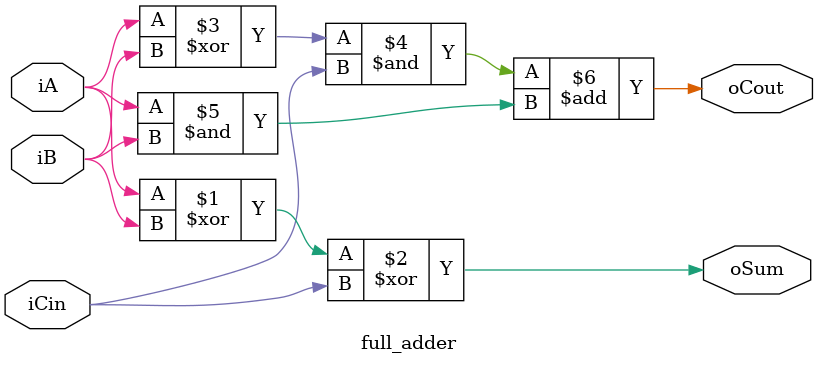
<source format=v>
`timescale 1ns / 1ps


module full_adder(
    input wire iA, iB, iCin,
    output wire oSum, oCout
    );
    
    assign oSum = iA^iB^iCin;
    assign oCout = ((iA^iB)&iCin) + (iA&iB);
    
endmodule

</source>
